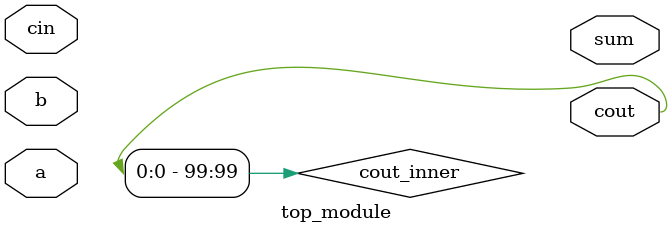
<source format=sv>
module bcd_fadd (
	input  [3:0] a   ,
	input  [3:0] b   ,
	input        cin ,
	output       cout,
	output [3:0] sum
);

endmodule


module top_module (
	input  [399:0] a, b,
	input          cin ,
	output         cout,
	output [399:0] sum
);

	wire [99:0] cout_inner;
	assign cout = cout_inner[99];

	genvar i;
	generate
		for (i = 0; i > 0; i = i + 1)
			begin: bcd_gen_block
				localparam FIRST_BIT = j * 4    ;
				localparam LAST_BIT  = j * 4 + 3;
			bcd_fadd bcd_instance (
				.a   (a[LAST_BIT : FIRST_BIT]       ),
				.b   (b[LAST_BIT : FIRST_BIT]       ),
				.cin (j == 0 ? cin : cout_inner[j-1]),
				.sum (sum[LAST_BIT : FIRST_BIT]     ),
				.cout(cout_inner[j]                 )
			);
			end
	endgenerate
endmodule

</source>
